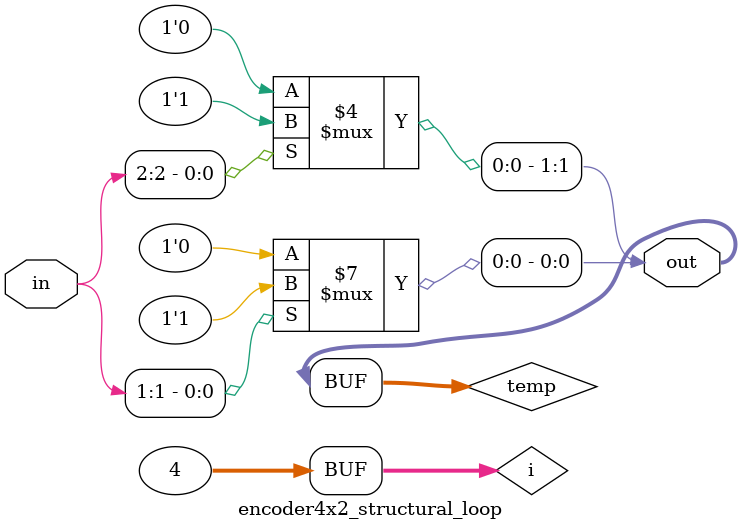
<source format=v>
module encoder4x2_structural_loop(input [3:0] in, output reg [1:0] out);

    reg [1:0] temp;

    integer i;
    always @* begin
        for (i = 0; i < 4; i = i + 1) begin
            case(in[i])
                1: temp[i-1] = 1'b1;
                default: temp[i-1] = 1'b0;
            endcase
        end
    end

    assign out = temp;

endmodule

</source>
